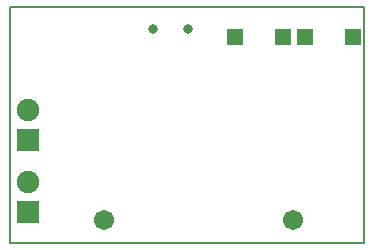
<source format=gbs>
G04*
G04 #@! TF.GenerationSoftware,Altium Limited,Altium Designer,20.0.1 (14)*
G04*
G04 Layer_Color=16711935*
%FSLAX24Y24*%
%MOIN*%
G70*
G01*
G75*
%ADD15C,0.0060*%
%ADD39R,0.0580X0.0552*%
%ADD62C,0.0316*%
%ADD63R,0.0749X0.0749*%
%ADD64C,0.0749*%
%ADD65C,0.0671*%
D15*
X0Y7874D02*
X11811D01*
Y0D02*
Y7874D01*
X0Y0D02*
X11811D01*
X0D02*
Y7874D01*
D39*
X11447Y6885D02*
D03*
X9853D02*
D03*
X9097D02*
D03*
X7503D02*
D03*
D62*
X4759Y7150D02*
D03*
X5941D02*
D03*
D63*
X600Y1050D02*
D03*
Y3450D02*
D03*
D64*
Y2050D02*
D03*
Y4450D02*
D03*
D65*
X9449Y787D02*
D03*
X3150D02*
D03*
M02*

</source>
